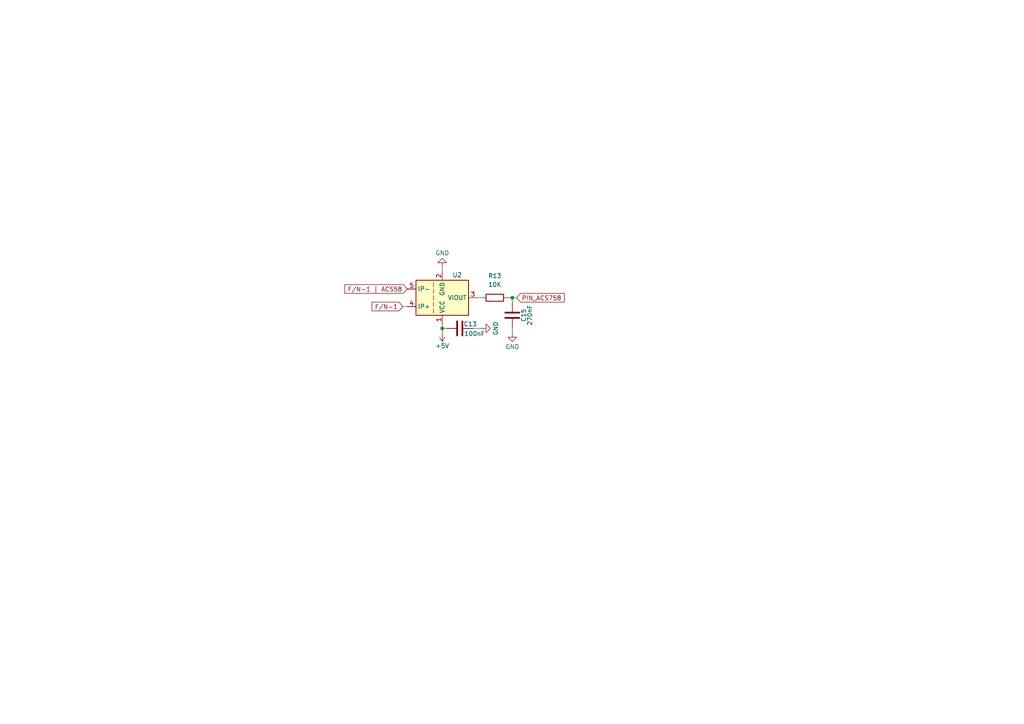
<source format=kicad_sch>
(kicad_sch (version 20231120) (generator "eeschema") (generator_version "8.0")
  (paper "A4")
  (title_block (title "Power Manegement") (date "11/01/2025") (comment 2 "Trabalho de UPX - 5") (comment 3 "5° Semestre - Engenharia da Computação") (comment 4 "Feito por Kaique Vecchia Alves e Nathalia Atamanchuk"))
  (lib_symbols
    (symbol "Device:C" (pin_numbers hide) (pin_names (offset 0.254))
      (property "Reference" "C" (at 0.635 2.54 0))
      (property "Value" "C" (at 0.635 -2.54 0))
      (symbol "C_0_1"
        (polyline (pts (xy -2.032 -0.762) (xy 2.032 -0.762)) (stroke (width 0.508)))
        (polyline (pts (xy -2.032 0.762) (xy 2.032 0.762)) (stroke (width 0.508)))
      )
      (symbol "C_1_1"
        (pin passive line (at 0 3.81 270) (length 2.794) (name "~") (number "1"))
        (pin passive line (at 0 -3.81 90) (length 2.794) (name "~") (number "2"))
      )
    )
    (symbol "Device:R" (pin_numbers hide) (pin_names (offset 0))
      (property "Reference" "R" (at 2.032 0 90))
      (property "Value" "R" (at 0 0 90))
      (symbol "R_0_1"
        (rectangle (start -1.016 -2.54) (end 1.016 2.54) (stroke (width 0.254)))
      )
      (symbol "R_1_1"
        (pin passive line (at 0 3.81 270) (length 1.27) (name "~") (number "1"))
        (pin passive line (at 0 -3.81 90) (length 1.27) (name "~") (number "2"))
      )
    )
    (symbol "Sensor_Current:ACS758xCB-050B-PFF"
      (property "Reference" "U" (at -7.62 6.35 0))
      (property "Value" "ACS758xCB-050B-PFF" (at 2.54 6.35 0))
      (symbol "ACS758xCB-050B-PFF_0_1"
        (rectangle (start -7.62 5.08) (end 7.62 -5.08) (stroke (width 0.254)) (fill (type background)))
        (polyline (pts (xy -2.54 -3.175) (xy -2.54 -4.445)))
        (polyline (pts (xy -2.54 -1.27) (xy -2.54 -2.54)))
        (polyline (pts (xy -2.54 0.635) (xy -2.54 -0.635)))
        (polyline (pts (xy -2.54 1.27) (xy -2.54 2.54)))
        (polyline (pts (xy -2.54 3.175) (xy -2.54 4.445)))
      )
      (symbol "ACS758xCB-050B-PFF_1_1"
        (pin power_in line (at 0 7.62 270) (length 2.54) (name "VCC") (number "1"))
        (pin power_in line (at 0 -7.62 90) (length 2.54) (name "GND") (number "2"))
        (pin output line (at 10.16 0 180) (length 2.54) (name "VIOUT") (number "3"))
        (pin passive line (at -10.16 2.54 0) (length 2.54) (name "IP+") (number "4"))
        (pin passive line (at -10.16 -2.54 0) (length 2.54) (name "IP-") (number "5"))
      )
    )
    (symbol "power:+5V" (power) (pin_numbers hide) (pin_names (offset 0) hide)
      (property "Value" "+5V" (at 0 3.556 0))
      (symbol "+5V_0_1"
        (polyline (pts (xy -0.762 1.27) (xy 0 2.54)))
        (polyline (pts (xy 0 0) (xy 0 2.54)))
        (polyline (pts (xy 0 2.54) (xy 0.762 1.27)))
      )
      (symbol "+5V_1_1"
        (pin power_in line (at 0 0 90) (length 0) (name "~") (number "1"))
      )
    )
    (symbol "power:GND" (power) (pin_numbers hide) (pin_names (offset 0) hide)
      (property "Value" "GND" (at 0 -3.81 0))
      (symbol "GND_0_1"
        (polyline (pts (xy 0 0) (xy 0 -1.27) (xy 1.27 -1.27) (xy 0 -2.54) (xy -1.27 -1.27) (xy 0 -1.27)))
      )
      (symbol "GND_1_1"
        (pin power_in line (at 0 0 270) (length 0) (name "~") (number "1"))
      )
    )
  )
  (junction (at 148.59 86.36))
  (junction (at 128.27 95.25))
  (wire (pts (xy 116.84 88.9) (xy 118.11 88.9)))
  (wire (pts (xy 148.59 95.25) (xy 148.59 96.52)))
  (wire (pts (xy 147.32 86.36) (xy 148.59 86.36)))
  (wire (pts (xy 128.27 93.98) (xy 128.27 95.25)))
  (wire (pts (xy 128.27 77.47) (xy 128.27 78.74)))
  (wire (pts (xy 148.59 86.36) (xy 149.86 86.36)))
  (wire (pts (xy 137.16 95.25) (xy 139.7 95.25)))
  (wire (pts (xy 129.54 95.25) (xy 128.27 95.25)))
  (wire (pts (xy 138.43 86.36) (xy 139.7 86.36)))
  (wire (pts (xy 148.59 86.36) (xy 148.59 87.63)))
  (wire (pts (xy 128.27 96.52) (xy 128.27 95.25)))
  (global_label "PIN_ACS758" (shape input) (at 149.86 86.36 0) (property "Intersheetrefs" "${INTERSHEET_REFS}" (effects (hide yes))))
  (global_label "F{slash}N-1" (shape input) (at 116.84 88.9 180) (property "Intersheetrefs" "${INTERSHEET_REFS}" (effects (hide yes))))
  (global_label "F{slash}N-1 | ACS58" (shape input) (at 118.11 83.82 180) (property "Intersheetrefs" "${INTERSHEET_REFS}" (effects (hide yes))))
  (symbol (lib_id "power:GND") (at 128.27 77.47 180) (unit 1)
    (property "Reference" "#PWR08" (effects (hide yes)))
    (property "Value" "GND" (at 128.27 73.406 0))
    (property "Description" "Power symbol creates a global label with name \"GND\" , ground" (effects (hide yes)))
  )
  (symbol (lib_id "Device:C") (at 133.35 95.25 270) (unit 1)
    (property "Reference" "C13" (at 136.398 93.98 90))
    (property "Value" "100nF" (at 137.668 96.774 90))
    (property "Footprint" "Capacitor_SMD:C_0805_2012Metric_Pad1.18x1.45mm_HandSolder" (effects (hide yes)))
    (property "Description" "Unpolarized capacitor" (effects (hide yes)))
  )
  (symbol (lib_id "power:GND") (at 139.7 95.25 90) (unit 1)
    (property "Reference" "#PWR029" (effects (hide yes)))
    (property "Value" "GND" (at 143.764 95.25 0))
    (property "Description" "Power symbol creates a global label with name \"GND\" , ground" (effects (hide yes)))
  )
  (symbol (lib_id "power:GND") (at 148.59 96.52 0) (unit 1)
    (property "Reference" "#PWR030" (effects (hide yes)))
    (property "Value" "GND" (at 148.59 100.584 0))
    (property "Description" "Power symbol creates a global label with name \"GND\" , ground" (effects (hide yes)))
  )
  (symbol (lib_id "Sensor_Current:ACS758xCB-050B-PFF") (at 128.27 86.36 0) (mirror x) (unit 1)
    (property "Reference" "U2" (at 132.588 79.756 0))
    (property "Value" "ACS758xCB-050B-PFF" (effects (hide yes)))
    (property "Footprint" "Sensor_Current:Allegro_CB_PFF" (effects (hide yes)))
    (property "Datasheet" "http://www.allegromicro.com/~/media/Files/Datasheets/ACS758-Datasheet.ashx?la=en" (effects (hide yes)))
    (property "Description" "±50A Bidirectional Hall-Effect Current Sensor, +5.0V supply, 40mV/A, CB-5 PFF" (effects (hide yes)))
  )
  (symbol (lib_id "Device:R") (at 143.51 86.36 90) (unit 1)
    (property "Reference" "R13" (at 143.51 80.01 90))
    (property "Value" "10K" (at 143.51 82.55 90))
    (property "Footprint" "Resistor_SMD:R_0805_2012Metric_Pad1.20x1.40mm_HandSolder" (effects (hide yes)))
    (property "Description" "Resistor" (effects (hide yes)))
  )
  (symbol (lib_id "Device:C") (at 148.59 91.44 180) (unit 1)
    (property "Reference" "C15" (at 151.892 91.44 90))
    (property "Value" "270nF" (at 153.67 91.44 90))
    (property "Footprint" "Capacitor_SMD:C_0805_2012Metric_Pad1.18x1.45mm_HandSolder" (effects (hide yes)))
    (property "Description" "Unpolarized capacitor" (effects (hide yes)))
  )
  (symbol (lib_id "power:+5V") (at 128.27 96.52 180) (unit 1)
    (property "Reference" "#PWR019" (effects (hide yes)))
    (property "Value" "+5V" (at 128.27 100.33 0))
    (property "Description" "Power symbol creates a global label with name \"+5V\"" (effects (hide yes)))
  )
)
</source>
